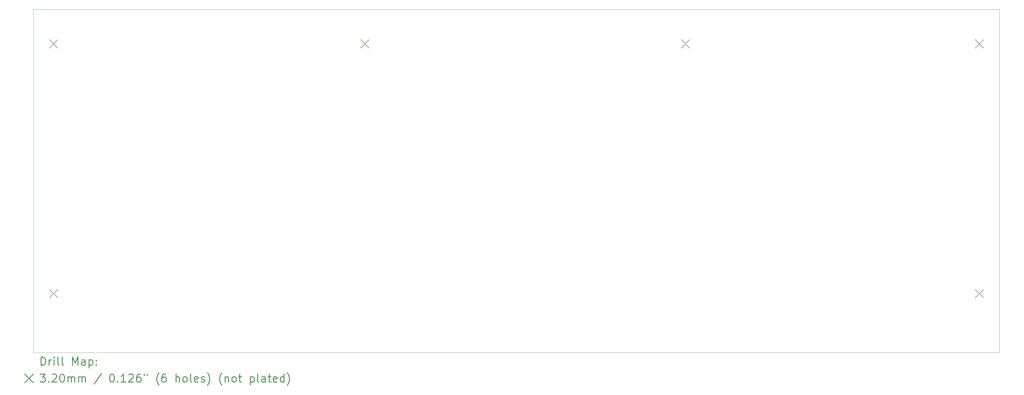
<source format=gbr>
%FSLAX45Y45*%
G04 Gerber Fmt 4.5, Leading zero omitted, Abs format (unit mm)*
G04 Created by KiCad (PCBNEW (5.1.9)-1) date 2021-10-03 21:19:09*
%MOMM*%
%LPD*%
G01*
G04 APERTURE LIST*
%TA.AperFunction,Profile*%
%ADD10C,0.100000*%
%TD*%
%ADD11C,0.200000*%
%ADD12C,0.300000*%
G04 APERTURE END LIST*
D10*
X39740000Y-16900000D02*
X39740000Y-4100000D01*
X3740000Y-16900000D02*
X39740000Y-16900000D01*
X3740000Y-4100000D02*
X3740000Y-16900000D01*
X39740000Y-4100000D02*
X3740000Y-4100000D01*
D11*
X4330000Y-5220000D02*
X4650000Y-5540000D01*
X4650000Y-5220000D02*
X4330000Y-5540000D01*
X4330000Y-14540000D02*
X4650000Y-14860000D01*
X4650000Y-14540000D02*
X4330000Y-14860000D01*
X15930000Y-5220000D02*
X16250000Y-5540000D01*
X16250000Y-5220000D02*
X15930000Y-5540000D01*
X27880000Y-5220000D02*
X28200000Y-5540000D01*
X28200000Y-5220000D02*
X27880000Y-5540000D01*
X38830000Y-5220000D02*
X39150000Y-5540000D01*
X39150000Y-5220000D02*
X38830000Y-5540000D01*
X38830000Y-14540000D02*
X39150000Y-14860000D01*
X39150000Y-14540000D02*
X38830000Y-14860000D01*
D12*
X4021428Y-17370714D02*
X4021428Y-17070714D01*
X4092857Y-17070714D01*
X4135714Y-17085000D01*
X4164286Y-17113572D01*
X4178571Y-17142143D01*
X4192857Y-17199286D01*
X4192857Y-17242143D01*
X4178571Y-17299286D01*
X4164286Y-17327857D01*
X4135714Y-17356429D01*
X4092857Y-17370714D01*
X4021428Y-17370714D01*
X4321428Y-17370714D02*
X4321428Y-17170714D01*
X4321428Y-17227857D02*
X4335714Y-17199286D01*
X4350000Y-17185000D01*
X4378571Y-17170714D01*
X4407143Y-17170714D01*
X4507143Y-17370714D02*
X4507143Y-17170714D01*
X4507143Y-17070714D02*
X4492857Y-17085000D01*
X4507143Y-17099286D01*
X4521428Y-17085000D01*
X4507143Y-17070714D01*
X4507143Y-17099286D01*
X4692857Y-17370714D02*
X4664286Y-17356429D01*
X4650000Y-17327857D01*
X4650000Y-17070714D01*
X4850000Y-17370714D02*
X4821428Y-17356429D01*
X4807143Y-17327857D01*
X4807143Y-17070714D01*
X5192857Y-17370714D02*
X5192857Y-17070714D01*
X5292857Y-17285000D01*
X5392857Y-17070714D01*
X5392857Y-17370714D01*
X5664286Y-17370714D02*
X5664286Y-17213572D01*
X5650000Y-17185000D01*
X5621428Y-17170714D01*
X5564286Y-17170714D01*
X5535714Y-17185000D01*
X5664286Y-17356429D02*
X5635714Y-17370714D01*
X5564286Y-17370714D01*
X5535714Y-17356429D01*
X5521428Y-17327857D01*
X5521428Y-17299286D01*
X5535714Y-17270714D01*
X5564286Y-17256429D01*
X5635714Y-17256429D01*
X5664286Y-17242143D01*
X5807143Y-17170714D02*
X5807143Y-17470714D01*
X5807143Y-17185000D02*
X5835714Y-17170714D01*
X5892857Y-17170714D01*
X5921428Y-17185000D01*
X5935714Y-17199286D01*
X5950000Y-17227857D01*
X5950000Y-17313572D01*
X5935714Y-17342143D01*
X5921428Y-17356429D01*
X5892857Y-17370714D01*
X5835714Y-17370714D01*
X5807143Y-17356429D01*
X6078571Y-17342143D02*
X6092857Y-17356429D01*
X6078571Y-17370714D01*
X6064286Y-17356429D01*
X6078571Y-17342143D01*
X6078571Y-17370714D01*
X6078571Y-17185000D02*
X6092857Y-17199286D01*
X6078571Y-17213572D01*
X6064286Y-17199286D01*
X6078571Y-17185000D01*
X6078571Y-17213572D01*
X3415000Y-17705000D02*
X3735000Y-18025000D01*
X3735000Y-17705000D02*
X3415000Y-18025000D01*
X3992857Y-17700714D02*
X4178571Y-17700714D01*
X4078571Y-17815000D01*
X4121428Y-17815000D01*
X4150000Y-17829286D01*
X4164286Y-17843572D01*
X4178571Y-17872143D01*
X4178571Y-17943572D01*
X4164286Y-17972143D01*
X4150000Y-17986429D01*
X4121428Y-18000714D01*
X4035714Y-18000714D01*
X4007143Y-17986429D01*
X3992857Y-17972143D01*
X4307143Y-17972143D02*
X4321428Y-17986429D01*
X4307143Y-18000714D01*
X4292857Y-17986429D01*
X4307143Y-17972143D01*
X4307143Y-18000714D01*
X4435714Y-17729286D02*
X4450000Y-17715000D01*
X4478571Y-17700714D01*
X4550000Y-17700714D01*
X4578571Y-17715000D01*
X4592857Y-17729286D01*
X4607143Y-17757857D01*
X4607143Y-17786429D01*
X4592857Y-17829286D01*
X4421428Y-18000714D01*
X4607143Y-18000714D01*
X4792857Y-17700714D02*
X4821428Y-17700714D01*
X4850000Y-17715000D01*
X4864286Y-17729286D01*
X4878571Y-17757857D01*
X4892857Y-17815000D01*
X4892857Y-17886429D01*
X4878571Y-17943572D01*
X4864286Y-17972143D01*
X4850000Y-17986429D01*
X4821428Y-18000714D01*
X4792857Y-18000714D01*
X4764286Y-17986429D01*
X4750000Y-17972143D01*
X4735714Y-17943572D01*
X4721428Y-17886429D01*
X4721428Y-17815000D01*
X4735714Y-17757857D01*
X4750000Y-17729286D01*
X4764286Y-17715000D01*
X4792857Y-17700714D01*
X5021428Y-18000714D02*
X5021428Y-17800714D01*
X5021428Y-17829286D02*
X5035714Y-17815000D01*
X5064286Y-17800714D01*
X5107143Y-17800714D01*
X5135714Y-17815000D01*
X5150000Y-17843572D01*
X5150000Y-18000714D01*
X5150000Y-17843572D02*
X5164286Y-17815000D01*
X5192857Y-17800714D01*
X5235714Y-17800714D01*
X5264286Y-17815000D01*
X5278571Y-17843572D01*
X5278571Y-18000714D01*
X5421428Y-18000714D02*
X5421428Y-17800714D01*
X5421428Y-17829286D02*
X5435714Y-17815000D01*
X5464286Y-17800714D01*
X5507143Y-17800714D01*
X5535714Y-17815000D01*
X5550000Y-17843572D01*
X5550000Y-18000714D01*
X5550000Y-17843572D02*
X5564286Y-17815000D01*
X5592857Y-17800714D01*
X5635714Y-17800714D01*
X5664286Y-17815000D01*
X5678571Y-17843572D01*
X5678571Y-18000714D01*
X6264286Y-17686429D02*
X6007143Y-18072143D01*
X6650000Y-17700714D02*
X6678571Y-17700714D01*
X6707143Y-17715000D01*
X6721428Y-17729286D01*
X6735714Y-17757857D01*
X6750000Y-17815000D01*
X6750000Y-17886429D01*
X6735714Y-17943572D01*
X6721428Y-17972143D01*
X6707143Y-17986429D01*
X6678571Y-18000714D01*
X6650000Y-18000714D01*
X6621428Y-17986429D01*
X6607143Y-17972143D01*
X6592857Y-17943572D01*
X6578571Y-17886429D01*
X6578571Y-17815000D01*
X6592857Y-17757857D01*
X6607143Y-17729286D01*
X6621428Y-17715000D01*
X6650000Y-17700714D01*
X6878571Y-17972143D02*
X6892857Y-17986429D01*
X6878571Y-18000714D01*
X6864286Y-17986429D01*
X6878571Y-17972143D01*
X6878571Y-18000714D01*
X7178571Y-18000714D02*
X7007143Y-18000714D01*
X7092857Y-18000714D02*
X7092857Y-17700714D01*
X7064286Y-17743572D01*
X7035714Y-17772143D01*
X7007143Y-17786429D01*
X7292857Y-17729286D02*
X7307143Y-17715000D01*
X7335714Y-17700714D01*
X7407143Y-17700714D01*
X7435714Y-17715000D01*
X7450000Y-17729286D01*
X7464286Y-17757857D01*
X7464286Y-17786429D01*
X7450000Y-17829286D01*
X7278571Y-18000714D01*
X7464286Y-18000714D01*
X7721428Y-17700714D02*
X7664286Y-17700714D01*
X7635714Y-17715000D01*
X7621428Y-17729286D01*
X7592857Y-17772143D01*
X7578571Y-17829286D01*
X7578571Y-17943572D01*
X7592857Y-17972143D01*
X7607143Y-17986429D01*
X7635714Y-18000714D01*
X7692857Y-18000714D01*
X7721428Y-17986429D01*
X7735714Y-17972143D01*
X7750000Y-17943572D01*
X7750000Y-17872143D01*
X7735714Y-17843572D01*
X7721428Y-17829286D01*
X7692857Y-17815000D01*
X7635714Y-17815000D01*
X7607143Y-17829286D01*
X7592857Y-17843572D01*
X7578571Y-17872143D01*
X7864286Y-17700714D02*
X7864286Y-17757857D01*
X7978571Y-17700714D02*
X7978571Y-17757857D01*
X8421428Y-18115000D02*
X8407143Y-18100714D01*
X8378571Y-18057857D01*
X8364286Y-18029286D01*
X8350000Y-17986429D01*
X8335714Y-17915000D01*
X8335714Y-17857857D01*
X8350000Y-17786429D01*
X8364286Y-17743572D01*
X8378571Y-17715000D01*
X8407143Y-17672143D01*
X8421428Y-17657857D01*
X8664286Y-17700714D02*
X8607143Y-17700714D01*
X8578571Y-17715000D01*
X8564286Y-17729286D01*
X8535714Y-17772143D01*
X8521428Y-17829286D01*
X8521428Y-17943572D01*
X8535714Y-17972143D01*
X8550000Y-17986429D01*
X8578571Y-18000714D01*
X8635714Y-18000714D01*
X8664286Y-17986429D01*
X8678571Y-17972143D01*
X8692857Y-17943572D01*
X8692857Y-17872143D01*
X8678571Y-17843572D01*
X8664286Y-17829286D01*
X8635714Y-17815000D01*
X8578571Y-17815000D01*
X8550000Y-17829286D01*
X8535714Y-17843572D01*
X8521428Y-17872143D01*
X9050000Y-18000714D02*
X9050000Y-17700714D01*
X9178571Y-18000714D02*
X9178571Y-17843572D01*
X9164286Y-17815000D01*
X9135714Y-17800714D01*
X9092857Y-17800714D01*
X9064286Y-17815000D01*
X9050000Y-17829286D01*
X9364286Y-18000714D02*
X9335714Y-17986429D01*
X9321428Y-17972143D01*
X9307143Y-17943572D01*
X9307143Y-17857857D01*
X9321428Y-17829286D01*
X9335714Y-17815000D01*
X9364286Y-17800714D01*
X9407143Y-17800714D01*
X9435714Y-17815000D01*
X9450000Y-17829286D01*
X9464286Y-17857857D01*
X9464286Y-17943572D01*
X9450000Y-17972143D01*
X9435714Y-17986429D01*
X9407143Y-18000714D01*
X9364286Y-18000714D01*
X9635714Y-18000714D02*
X9607143Y-17986429D01*
X9592857Y-17957857D01*
X9592857Y-17700714D01*
X9864286Y-17986429D02*
X9835714Y-18000714D01*
X9778571Y-18000714D01*
X9750000Y-17986429D01*
X9735714Y-17957857D01*
X9735714Y-17843572D01*
X9750000Y-17815000D01*
X9778571Y-17800714D01*
X9835714Y-17800714D01*
X9864286Y-17815000D01*
X9878571Y-17843572D01*
X9878571Y-17872143D01*
X9735714Y-17900714D01*
X9992857Y-17986429D02*
X10021428Y-18000714D01*
X10078571Y-18000714D01*
X10107143Y-17986429D01*
X10121428Y-17957857D01*
X10121428Y-17943572D01*
X10107143Y-17915000D01*
X10078571Y-17900714D01*
X10035714Y-17900714D01*
X10007143Y-17886429D01*
X9992857Y-17857857D01*
X9992857Y-17843572D01*
X10007143Y-17815000D01*
X10035714Y-17800714D01*
X10078571Y-17800714D01*
X10107143Y-17815000D01*
X10221428Y-18115000D02*
X10235714Y-18100714D01*
X10264286Y-18057857D01*
X10278571Y-18029286D01*
X10292857Y-17986429D01*
X10307143Y-17915000D01*
X10307143Y-17857857D01*
X10292857Y-17786429D01*
X10278571Y-17743572D01*
X10264286Y-17715000D01*
X10235714Y-17672143D01*
X10221428Y-17657857D01*
X10764286Y-18115000D02*
X10750000Y-18100714D01*
X10721428Y-18057857D01*
X10707143Y-18029286D01*
X10692857Y-17986429D01*
X10678571Y-17915000D01*
X10678571Y-17857857D01*
X10692857Y-17786429D01*
X10707143Y-17743572D01*
X10721428Y-17715000D01*
X10750000Y-17672143D01*
X10764286Y-17657857D01*
X10878571Y-17800714D02*
X10878571Y-18000714D01*
X10878571Y-17829286D02*
X10892857Y-17815000D01*
X10921428Y-17800714D01*
X10964286Y-17800714D01*
X10992857Y-17815000D01*
X11007143Y-17843572D01*
X11007143Y-18000714D01*
X11192857Y-18000714D02*
X11164286Y-17986429D01*
X11150000Y-17972143D01*
X11135714Y-17943572D01*
X11135714Y-17857857D01*
X11150000Y-17829286D01*
X11164286Y-17815000D01*
X11192857Y-17800714D01*
X11235714Y-17800714D01*
X11264286Y-17815000D01*
X11278571Y-17829286D01*
X11292857Y-17857857D01*
X11292857Y-17943572D01*
X11278571Y-17972143D01*
X11264286Y-17986429D01*
X11235714Y-18000714D01*
X11192857Y-18000714D01*
X11378571Y-17800714D02*
X11492857Y-17800714D01*
X11421428Y-17700714D02*
X11421428Y-17957857D01*
X11435714Y-17986429D01*
X11464286Y-18000714D01*
X11492857Y-18000714D01*
X11821428Y-17800714D02*
X11821428Y-18100714D01*
X11821428Y-17815000D02*
X11850000Y-17800714D01*
X11907143Y-17800714D01*
X11935714Y-17815000D01*
X11950000Y-17829286D01*
X11964286Y-17857857D01*
X11964286Y-17943572D01*
X11950000Y-17972143D01*
X11935714Y-17986429D01*
X11907143Y-18000714D01*
X11850000Y-18000714D01*
X11821428Y-17986429D01*
X12135714Y-18000714D02*
X12107143Y-17986429D01*
X12092857Y-17957857D01*
X12092857Y-17700714D01*
X12378571Y-18000714D02*
X12378571Y-17843572D01*
X12364286Y-17815000D01*
X12335714Y-17800714D01*
X12278571Y-17800714D01*
X12250000Y-17815000D01*
X12378571Y-17986429D02*
X12350000Y-18000714D01*
X12278571Y-18000714D01*
X12250000Y-17986429D01*
X12235714Y-17957857D01*
X12235714Y-17929286D01*
X12250000Y-17900714D01*
X12278571Y-17886429D01*
X12350000Y-17886429D01*
X12378571Y-17872143D01*
X12478571Y-17800714D02*
X12592857Y-17800714D01*
X12521428Y-17700714D02*
X12521428Y-17957857D01*
X12535714Y-17986429D01*
X12564286Y-18000714D01*
X12592857Y-18000714D01*
X12807143Y-17986429D02*
X12778571Y-18000714D01*
X12721428Y-18000714D01*
X12692857Y-17986429D01*
X12678571Y-17957857D01*
X12678571Y-17843572D01*
X12692857Y-17815000D01*
X12721428Y-17800714D01*
X12778571Y-17800714D01*
X12807143Y-17815000D01*
X12821428Y-17843572D01*
X12821428Y-17872143D01*
X12678571Y-17900714D01*
X13078571Y-18000714D02*
X13078571Y-17700714D01*
X13078571Y-17986429D02*
X13050000Y-18000714D01*
X12992857Y-18000714D01*
X12964286Y-17986429D01*
X12950000Y-17972143D01*
X12935714Y-17943572D01*
X12935714Y-17857857D01*
X12950000Y-17829286D01*
X12964286Y-17815000D01*
X12992857Y-17800714D01*
X13050000Y-17800714D01*
X13078571Y-17815000D01*
X13192857Y-18115000D02*
X13207143Y-18100714D01*
X13235714Y-18057857D01*
X13250000Y-18029286D01*
X13264286Y-17986429D01*
X13278571Y-17915000D01*
X13278571Y-17857857D01*
X13264286Y-17786429D01*
X13250000Y-17743572D01*
X13235714Y-17715000D01*
X13207143Y-17672143D01*
X13192857Y-17657857D01*
M02*

</source>
